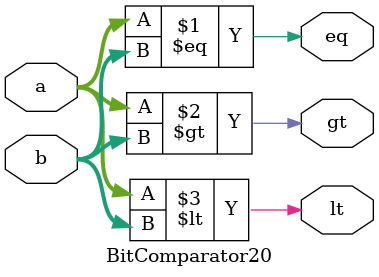
<source format=v>
module BitComparator20(input [19:0]a,input [19:0]b,output eq,output gt,output lt);
    assign eq = a == b;
    assign gt = a > b;
    assign lt = a < b;
endmodule
</source>
